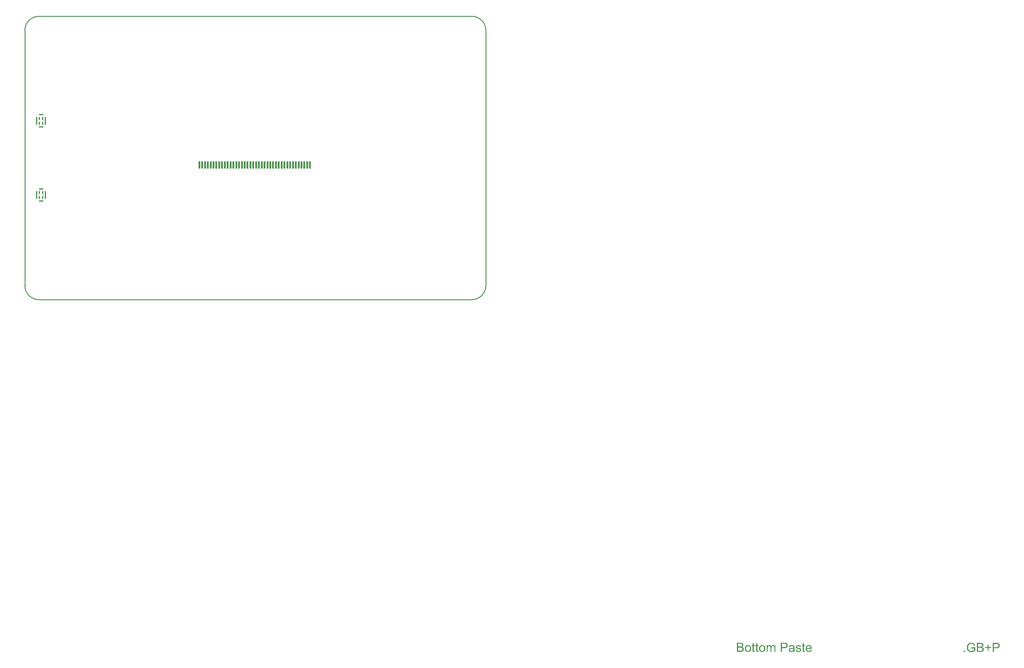
<source format=gbp>
G04*
G04 #@! TF.GenerationSoftware,Altium Limited,Altium Designer,19.0.13 (425)*
G04*
G04 Layer_Color=128*
%FSLAX43Y43*%
%MOMM*%
G71*
G01*
G75*
%ADD10C,0.250*%
%ADD88R,0.500X2.000*%
%ADD89R,0.350X2.300*%
%ADD90R,1.300X0.350*%
%ADD91R,0.400X0.950*%
G36*
X263936Y-109572D02*
X263966D01*
X264036Y-109579D01*
X264114Y-109590D01*
X264195Y-109609D01*
X264284Y-109631D01*
X264369Y-109660D01*
X264373D01*
X264380Y-109664D01*
X264391Y-109668D01*
X264406Y-109675D01*
X264447Y-109697D01*
X264499Y-109723D01*
X264554Y-109760D01*
X264614Y-109805D01*
X264669Y-109853D01*
X264721Y-109912D01*
X264728Y-109920D01*
X264743Y-109942D01*
X264765Y-109975D01*
X264795Y-110023D01*
X264825Y-110083D01*
X264858Y-110157D01*
X264891Y-110238D01*
X264917Y-110331D01*
X264610Y-110412D01*
Y-110409D01*
X264606Y-110405D01*
X264602Y-110394D01*
X264599Y-110379D01*
X264588Y-110346D01*
X264573Y-110301D01*
X264551Y-110249D01*
X264525Y-110201D01*
X264499Y-110149D01*
X264465Y-110105D01*
X264462Y-110101D01*
X264451Y-110086D01*
X264428Y-110068D01*
X264402Y-110042D01*
X264369Y-110012D01*
X264325Y-109983D01*
X264277Y-109953D01*
X264221Y-109927D01*
X264214Y-109923D01*
X264195Y-109916D01*
X264162Y-109905D01*
X264117Y-109890D01*
X264065Y-109879D01*
X264006Y-109868D01*
X263940Y-109860D01*
X263869Y-109857D01*
X263828D01*
X263810Y-109860D01*
X263788D01*
X263732Y-109864D01*
X263669Y-109875D01*
X263599Y-109886D01*
X263532Y-109905D01*
X263466Y-109931D01*
X263458Y-109934D01*
X263436Y-109942D01*
X263406Y-109960D01*
X263369Y-109979D01*
X263325Y-110009D01*
X263277Y-110038D01*
X263232Y-110075D01*
X263192Y-110116D01*
X263188Y-110120D01*
X263173Y-110134D01*
X263154Y-110160D01*
X263132Y-110190D01*
X263106Y-110227D01*
X263080Y-110271D01*
X263055Y-110320D01*
X263029Y-110371D01*
Y-110375D01*
X263025Y-110383D01*
X263021Y-110394D01*
X263014Y-110412D01*
X263006Y-110434D01*
X262999Y-110460D01*
X262988Y-110490D01*
X262980Y-110523D01*
X262962Y-110601D01*
X262947Y-110690D01*
X262936Y-110783D01*
X262932Y-110886D01*
Y-110890D01*
Y-110901D01*
Y-110920D01*
X262936Y-110942D01*
Y-110971D01*
X262940Y-111008D01*
X262943Y-111045D01*
X262947Y-111086D01*
X262962Y-111179D01*
X262980Y-111275D01*
X263010Y-111371D01*
X263047Y-111464D01*
Y-111468D01*
X263055Y-111475D01*
X263058Y-111486D01*
X263069Y-111501D01*
X263095Y-111542D01*
X263136Y-111594D01*
X263184Y-111649D01*
X263243Y-111705D01*
X263314Y-111757D01*
X263392Y-111805D01*
X263395D01*
X263403Y-111808D01*
X263414Y-111816D01*
X263432Y-111823D01*
X263451Y-111831D01*
X263477Y-111838D01*
X263536Y-111860D01*
X263610Y-111879D01*
X263691Y-111897D01*
X263780Y-111912D01*
X263873Y-111916D01*
X263910D01*
X263932Y-111912D01*
X263954D01*
X264010Y-111905D01*
X264077Y-111897D01*
X264147Y-111882D01*
X264225Y-111860D01*
X264303Y-111834D01*
X264306D01*
X264314Y-111831D01*
X264321Y-111827D01*
X264336Y-111819D01*
X264377Y-111801D01*
X264421Y-111779D01*
X264473Y-111753D01*
X264528Y-111723D01*
X264580Y-111690D01*
X264625Y-111653D01*
Y-111171D01*
X263869D01*
Y-110868D01*
X264958D01*
Y-111819D01*
X264954Y-111823D01*
X264947Y-111827D01*
X264932Y-111838D01*
X264914Y-111853D01*
X264891Y-111868D01*
X264865Y-111886D01*
X264832Y-111908D01*
X264799Y-111931D01*
X264721Y-111979D01*
X264632Y-112031D01*
X264540Y-112079D01*
X264440Y-112119D01*
X264436D01*
X264428Y-112123D01*
X264414Y-112127D01*
X264395Y-112134D01*
X264369Y-112142D01*
X264340Y-112153D01*
X264306Y-112160D01*
X264273Y-112168D01*
X264191Y-112186D01*
X264099Y-112205D01*
X263999Y-112216D01*
X263895Y-112219D01*
X263858D01*
X263832Y-112216D01*
X263799D01*
X263758Y-112212D01*
X263714Y-112205D01*
X263666Y-112201D01*
X263558Y-112179D01*
X263443Y-112153D01*
X263325Y-112112D01*
X263266Y-112090D01*
X263206Y-112060D01*
X263203Y-112056D01*
X263192Y-112053D01*
X263177Y-112042D01*
X263154Y-112031D01*
X263129Y-112012D01*
X263103Y-111994D01*
X263032Y-111942D01*
X262958Y-111875D01*
X262880Y-111794D01*
X262806Y-111701D01*
X262740Y-111594D01*
Y-111590D01*
X262732Y-111579D01*
X262725Y-111564D01*
X262714Y-111538D01*
X262703Y-111512D01*
X262692Y-111475D01*
X262677Y-111438D01*
X262662Y-111394D01*
X262647Y-111345D01*
X262632Y-111290D01*
X262621Y-111234D01*
X262610Y-111175D01*
X262592Y-111045D01*
X262584Y-110908D01*
Y-110905D01*
Y-110890D01*
Y-110871D01*
X262588Y-110846D01*
Y-110812D01*
X262592Y-110771D01*
X262599Y-110731D01*
X262603Y-110683D01*
X262614Y-110631D01*
X262621Y-110575D01*
X262651Y-110457D01*
X262688Y-110334D01*
X262740Y-110212D01*
X262743Y-110209D01*
X262747Y-110197D01*
X262755Y-110183D01*
X262769Y-110160D01*
X262784Y-110131D01*
X262803Y-110101D01*
X262855Y-110031D01*
X262917Y-109949D01*
X262995Y-109872D01*
X263084Y-109794D01*
X263136Y-109760D01*
X263188Y-109727D01*
X263192Y-109723D01*
X263203Y-109720D01*
X263217Y-109712D01*
X263240Y-109701D01*
X263269Y-109690D01*
X263303Y-109675D01*
X263340Y-109660D01*
X263384Y-109646D01*
X263432Y-109631D01*
X263484Y-109620D01*
X263540Y-109605D01*
X263599Y-109594D01*
X263728Y-109575D01*
X263795Y-109568D01*
X263914D01*
X263936Y-109572D01*
D02*
G37*
G36*
X268758Y-110764D02*
X269454D01*
Y-111057D01*
X268758D01*
Y-111760D01*
X268461D01*
Y-111057D01*
X267765D01*
Y-110764D01*
X268461D01*
Y-110068D01*
X268758D01*
Y-110764D01*
D02*
G37*
G36*
X271046Y-109616D02*
X271109Y-109620D01*
X271176Y-109623D01*
X271239Y-109631D01*
X271294Y-109638D01*
X271302D01*
X271328Y-109646D01*
X271361Y-109653D01*
X271405Y-109664D01*
X271454Y-109683D01*
X271505Y-109705D01*
X271561Y-109731D01*
X271609Y-109760D01*
X271617Y-109764D01*
X271631Y-109775D01*
X271654Y-109797D01*
X271683Y-109823D01*
X271717Y-109857D01*
X271750Y-109901D01*
X271787Y-109949D01*
X271817Y-110005D01*
X271820Y-110012D01*
X271828Y-110031D01*
X271842Y-110064D01*
X271857Y-110109D01*
X271868Y-110160D01*
X271883Y-110220D01*
X271891Y-110286D01*
X271894Y-110357D01*
Y-110360D01*
Y-110371D01*
Y-110386D01*
X271891Y-110412D01*
X271887Y-110438D01*
X271883Y-110471D01*
X271876Y-110509D01*
X271868Y-110549D01*
X271842Y-110634D01*
X271828Y-110679D01*
X271805Y-110727D01*
X271780Y-110775D01*
X271754Y-110820D01*
X271720Y-110864D01*
X271683Y-110908D01*
X271680Y-110912D01*
X271672Y-110920D01*
X271661Y-110931D01*
X271642Y-110942D01*
X271620Y-110960D01*
X271591Y-110979D01*
X271554Y-111001D01*
X271513Y-111020D01*
X271465Y-111042D01*
X271409Y-111064D01*
X271350Y-111083D01*
X271280Y-111097D01*
X271206Y-111112D01*
X271124Y-111123D01*
X271031Y-111131D01*
X270935Y-111134D01*
X270280D01*
Y-112175D01*
X269939D01*
Y-109612D01*
X270991D01*
X271046Y-109616D01*
D02*
G37*
G36*
X266476D02*
X266506D01*
X266573Y-109623D01*
X266647Y-109631D01*
X266724Y-109646D01*
X266802Y-109664D01*
X266873Y-109690D01*
X266876D01*
X266880Y-109694D01*
X266902Y-109705D01*
X266936Y-109723D01*
X266973Y-109749D01*
X267017Y-109783D01*
X267065Y-109823D01*
X267110Y-109875D01*
X267150Y-109931D01*
X267154Y-109938D01*
X267165Y-109960D01*
X267184Y-109990D01*
X267202Y-110034D01*
X267221Y-110086D01*
X267239Y-110142D01*
X267250Y-110205D01*
X267254Y-110268D01*
Y-110275D01*
Y-110294D01*
X267250Y-110327D01*
X267243Y-110368D01*
X267232Y-110416D01*
X267213Y-110468D01*
X267191Y-110520D01*
X267161Y-110575D01*
X267158Y-110583D01*
X267147Y-110597D01*
X267124Y-110627D01*
X267095Y-110657D01*
X267058Y-110694D01*
X267013Y-110734D01*
X266958Y-110771D01*
X266895Y-110808D01*
X266899D01*
X266906Y-110812D01*
X266917Y-110816D01*
X266932Y-110823D01*
X266976Y-110838D01*
X267028Y-110864D01*
X267084Y-110897D01*
X267147Y-110938D01*
X267202Y-110986D01*
X267254Y-111045D01*
X267258Y-111053D01*
X267273Y-111075D01*
X267295Y-111108D01*
X267317Y-111153D01*
X267339Y-111212D01*
X267361Y-111275D01*
X267376Y-111349D01*
X267380Y-111431D01*
Y-111434D01*
Y-111438D01*
Y-111460D01*
X267376Y-111497D01*
X267369Y-111542D01*
X267361Y-111594D01*
X267347Y-111649D01*
X267328Y-111708D01*
X267302Y-111768D01*
X267298Y-111775D01*
X267287Y-111794D01*
X267273Y-111819D01*
X267250Y-111857D01*
X267221Y-111894D01*
X267191Y-111934D01*
X267154Y-111975D01*
X267113Y-112008D01*
X267110Y-112012D01*
X267095Y-112023D01*
X267069Y-112038D01*
X267036Y-112053D01*
X266995Y-112075D01*
X266947Y-112097D01*
X266895Y-112116D01*
X266832Y-112134D01*
X266824D01*
X266802Y-112142D01*
X266765Y-112145D01*
X266717Y-112153D01*
X266658Y-112160D01*
X266587Y-112168D01*
X266510Y-112171D01*
X266421Y-112175D01*
X265443D01*
Y-109612D01*
X266450D01*
X266476Y-109616D01*
D02*
G37*
G36*
X262084Y-112175D02*
X261725D01*
Y-111816D01*
X262084D01*
Y-112175D01*
D02*
G37*
G36*
X208104Y-110236D02*
X208130D01*
X208156Y-110239D01*
X208218Y-110250D01*
X208285Y-110269D01*
X208355Y-110299D01*
X208426Y-110336D01*
X208485Y-110387D01*
X208493Y-110395D01*
X208507Y-110417D01*
X208533Y-110450D01*
X208544Y-110476D01*
X208559Y-110502D01*
X208574Y-110536D01*
X208585Y-110569D01*
X208600Y-110606D01*
X208611Y-110650D01*
X208618Y-110695D01*
X208626Y-110747D01*
X208633Y-110798D01*
Y-110858D01*
Y-112132D01*
X208318D01*
Y-110965D01*
Y-110961D01*
Y-110958D01*
Y-110936D01*
Y-110902D01*
X208315Y-110861D01*
X208311Y-110817D01*
X208307Y-110773D01*
X208300Y-110728D01*
X208289Y-110695D01*
Y-110691D01*
X208281Y-110680D01*
X208274Y-110665D01*
X208263Y-110647D01*
X208248Y-110624D01*
X208230Y-110602D01*
X208207Y-110580D01*
X208178Y-110558D01*
X208174Y-110554D01*
X208163Y-110550D01*
X208148Y-110543D01*
X208122Y-110532D01*
X208096Y-110521D01*
X208063Y-110513D01*
X208030Y-110510D01*
X207989Y-110506D01*
X207970D01*
X207956Y-110510D01*
X207919Y-110513D01*
X207874Y-110521D01*
X207822Y-110539D01*
X207767Y-110561D01*
X207711Y-110595D01*
X207659Y-110639D01*
X207656Y-110647D01*
X207641Y-110665D01*
X207619Y-110695D01*
X207596Y-110739D01*
X207570Y-110798D01*
X207552Y-110869D01*
X207537Y-110954D01*
X207530Y-111054D01*
Y-112132D01*
X207215D01*
Y-110928D01*
Y-110924D01*
Y-110917D01*
Y-110910D01*
Y-110895D01*
X207211Y-110854D01*
X207204Y-110810D01*
X207196Y-110758D01*
X207182Y-110706D01*
X207163Y-110658D01*
X207137Y-110613D01*
X207133Y-110610D01*
X207122Y-110595D01*
X207104Y-110580D01*
X207078Y-110558D01*
X207045Y-110539D01*
X207000Y-110521D01*
X206948Y-110510D01*
X206885Y-110506D01*
X206863D01*
X206837Y-110510D01*
X206808Y-110513D01*
X206770Y-110524D01*
X206726Y-110536D01*
X206685Y-110554D01*
X206641Y-110576D01*
X206637Y-110580D01*
X206622Y-110591D01*
X206604Y-110606D01*
X206578Y-110628D01*
X206552Y-110658D01*
X206526Y-110695D01*
X206500Y-110736D01*
X206478Y-110784D01*
X206474Y-110791D01*
X206471Y-110810D01*
X206463Y-110839D01*
X206452Y-110880D01*
X206441Y-110936D01*
X206433Y-111002D01*
X206430Y-111080D01*
X206426Y-111169D01*
Y-112132D01*
X206111D01*
Y-110273D01*
X206393D01*
Y-110539D01*
X206396Y-110532D01*
X206408Y-110517D01*
X206430Y-110491D01*
X206456Y-110461D01*
X206489Y-110424D01*
X206530Y-110387D01*
X206574Y-110350D01*
X206626Y-110317D01*
X206633Y-110313D01*
X206652Y-110302D01*
X206682Y-110291D01*
X206722Y-110273D01*
X206770Y-110258D01*
X206826Y-110247D01*
X206889Y-110236D01*
X206956Y-110232D01*
X206989D01*
X207030Y-110236D01*
X207074Y-110243D01*
X207130Y-110254D01*
X207185Y-110269D01*
X207241Y-110291D01*
X207293Y-110321D01*
X207300Y-110324D01*
X207315Y-110336D01*
X207337Y-110354D01*
X207367Y-110384D01*
X207396Y-110417D01*
X207430Y-110458D01*
X207459Y-110506D01*
X207482Y-110561D01*
X207485Y-110558D01*
X207493Y-110547D01*
X207504Y-110532D01*
X207522Y-110510D01*
X207544Y-110484D01*
X207570Y-110458D01*
X207600Y-110428D01*
X207637Y-110395D01*
X207678Y-110365D01*
X207719Y-110336D01*
X207767Y-110310D01*
X207819Y-110284D01*
X207874Y-110261D01*
X207933Y-110247D01*
X207993Y-110236D01*
X208059Y-110232D01*
X208085D01*
X208104Y-110236D01*
D02*
G37*
G36*
X215162D02*
X215218Y-110239D01*
X215277Y-110247D01*
X215340Y-110261D01*
X215407Y-110276D01*
X215470Y-110299D01*
X215473D01*
X215477Y-110302D01*
X215495Y-110310D01*
X215525Y-110324D01*
X215562Y-110343D01*
X215603Y-110369D01*
X215644Y-110399D01*
X215681Y-110432D01*
X215714Y-110469D01*
X215718Y-110473D01*
X215725Y-110487D01*
X215740Y-110513D01*
X215758Y-110543D01*
X215777Y-110587D01*
X215795Y-110636D01*
X215810Y-110691D01*
X215825Y-110754D01*
X215518Y-110795D01*
Y-110787D01*
X215514Y-110773D01*
X215507Y-110747D01*
X215495Y-110713D01*
X215477Y-110680D01*
X215455Y-110643D01*
X215429Y-110606D01*
X215392Y-110573D01*
X215388Y-110569D01*
X215373Y-110561D01*
X215351Y-110547D01*
X215318Y-110532D01*
X215281Y-110517D01*
X215233Y-110502D01*
X215173Y-110495D01*
X215110Y-110491D01*
X215073D01*
X215036Y-110495D01*
X214988Y-110499D01*
X214940Y-110510D01*
X214888Y-110521D01*
X214840Y-110539D01*
X214799Y-110565D01*
X214796Y-110569D01*
X214784Y-110576D01*
X214770Y-110591D01*
X214755Y-110613D01*
X214736Y-110636D01*
X214721Y-110665D01*
X214710Y-110698D01*
X214707Y-110732D01*
Y-110736D01*
Y-110743D01*
X214710Y-110754D01*
Y-110769D01*
X214721Y-110806D01*
X214744Y-110843D01*
X214747Y-110847D01*
X214751Y-110850D01*
X214759Y-110861D01*
X214773Y-110873D01*
X214788Y-110884D01*
X214810Y-110898D01*
X214836Y-110910D01*
X214866Y-110924D01*
X214870D01*
X214877Y-110928D01*
X214892Y-110932D01*
X214918Y-110943D01*
X214955Y-110954D01*
X215003Y-110965D01*
X215033Y-110976D01*
X215066Y-110984D01*
X215103Y-110995D01*
X215144Y-111006D01*
X215147D01*
X215158Y-111010D01*
X215177Y-111013D01*
X215199Y-111021D01*
X215225Y-111028D01*
X215258Y-111035D01*
X215329Y-111058D01*
X215407Y-111080D01*
X215484Y-111106D01*
X215555Y-111132D01*
X215584Y-111143D01*
X215610Y-111154D01*
X215618Y-111158D01*
X215633Y-111165D01*
X215655Y-111176D01*
X215688Y-111195D01*
X215721Y-111217D01*
X215755Y-111247D01*
X215788Y-111280D01*
X215818Y-111317D01*
X215821Y-111321D01*
X215829Y-111335D01*
X215844Y-111358D01*
X215858Y-111391D01*
X215870Y-111432D01*
X215884Y-111476D01*
X215892Y-111528D01*
X215895Y-111587D01*
Y-111595D01*
Y-111613D01*
X215892Y-111643D01*
X215884Y-111684D01*
X215873Y-111728D01*
X215855Y-111776D01*
X215833Y-111832D01*
X215803Y-111884D01*
X215799Y-111891D01*
X215784Y-111906D01*
X215766Y-111932D01*
X215736Y-111961D01*
X215695Y-111995D01*
X215651Y-112032D01*
X215599Y-112065D01*
X215536Y-112098D01*
X215533D01*
X215529Y-112102D01*
X215507Y-112109D01*
X215470Y-112121D01*
X215421Y-112135D01*
X215362Y-112150D01*
X215296Y-112161D01*
X215225Y-112169D01*
X215144Y-112172D01*
X215110D01*
X215084Y-112169D01*
X215055D01*
X215018Y-112165D01*
X214981Y-112161D01*
X214940Y-112154D01*
X214851Y-112135D01*
X214759Y-112109D01*
X214670Y-112072D01*
X214629Y-112050D01*
X214592Y-112024D01*
X214588Y-112021D01*
X214584Y-112017D01*
X214562Y-111995D01*
X214529Y-111961D01*
X214492Y-111909D01*
X214451Y-111847D01*
X214410Y-111772D01*
X214377Y-111680D01*
X214351Y-111576D01*
X214662Y-111528D01*
Y-111532D01*
Y-111535D01*
X214670Y-111558D01*
X214677Y-111595D01*
X214692Y-111635D01*
X214710Y-111680D01*
X214733Y-111728D01*
X214766Y-111776D01*
X214807Y-111817D01*
X214814Y-111821D01*
X214829Y-111832D01*
X214859Y-111847D01*
X214896Y-111865D01*
X214944Y-111884D01*
X214999Y-111898D01*
X215066Y-111909D01*
X215144Y-111913D01*
X215181D01*
X215218Y-111909D01*
X215266Y-111902D01*
X215318Y-111891D01*
X215373Y-111876D01*
X215421Y-111858D01*
X215466Y-111828D01*
X215470Y-111824D01*
X215484Y-111813D01*
X215499Y-111795D01*
X215521Y-111769D01*
X215540Y-111739D01*
X215558Y-111702D01*
X215570Y-111665D01*
X215573Y-111621D01*
Y-111617D01*
Y-111602D01*
X215570Y-111584D01*
X215562Y-111558D01*
X215551Y-111532D01*
X215533Y-111506D01*
X215510Y-111476D01*
X215477Y-111454D01*
X215473Y-111450D01*
X215462Y-111447D01*
X215444Y-111435D01*
X215414Y-111424D01*
X215370Y-111410D01*
X215344Y-111398D01*
X215314Y-111391D01*
X215281Y-111380D01*
X215244Y-111369D01*
X215203Y-111358D01*
X215155Y-111347D01*
X215151D01*
X215140Y-111343D01*
X215121Y-111339D01*
X215099Y-111332D01*
X215070Y-111324D01*
X215036Y-111313D01*
X214966Y-111295D01*
X214884Y-111269D01*
X214807Y-111247D01*
X214733Y-111221D01*
X214699Y-111206D01*
X214673Y-111195D01*
X214666Y-111191D01*
X214651Y-111184D01*
X214629Y-111169D01*
X214599Y-111150D01*
X214566Y-111124D01*
X214533Y-111095D01*
X214499Y-111061D01*
X214470Y-111021D01*
X214466Y-111017D01*
X214459Y-111002D01*
X214447Y-110976D01*
X214436Y-110947D01*
X214425Y-110910D01*
X214414Y-110865D01*
X214407Y-110821D01*
X214403Y-110769D01*
Y-110761D01*
Y-110747D01*
X214407Y-110724D01*
X214410Y-110691D01*
X214418Y-110658D01*
X214425Y-110617D01*
X214440Y-110580D01*
X214459Y-110539D01*
X214462Y-110536D01*
X214470Y-110521D01*
X214481Y-110502D01*
X214499Y-110476D01*
X214522Y-110450D01*
X214547Y-110417D01*
X214577Y-110387D01*
X214614Y-110361D01*
X214618Y-110358D01*
X214629Y-110354D01*
X214644Y-110343D01*
X214666Y-110332D01*
X214696Y-110317D01*
X214729Y-110302D01*
X214770Y-110287D01*
X214814Y-110273D01*
X214821Y-110269D01*
X214836Y-110265D01*
X214862Y-110258D01*
X214896Y-110250D01*
X214936Y-110243D01*
X214981Y-110239D01*
X215033Y-110232D01*
X215121D01*
X215162Y-110236D01*
D02*
G37*
G36*
X213351D02*
X213407Y-110239D01*
X213470Y-110247D01*
X213533Y-110258D01*
X213596Y-110273D01*
X213655Y-110291D01*
X213662Y-110295D01*
X213681Y-110302D01*
X213707Y-110313D01*
X213740Y-110328D01*
X213777Y-110350D01*
X213814Y-110373D01*
X213848Y-110402D01*
X213877Y-110432D01*
X213881Y-110436D01*
X213888Y-110447D01*
X213899Y-110465D01*
X213914Y-110487D01*
X213933Y-110521D01*
X213948Y-110554D01*
X213962Y-110595D01*
X213973Y-110643D01*
Y-110647D01*
X213977Y-110658D01*
X213981Y-110680D01*
X213985Y-110710D01*
Y-110750D01*
X213988Y-110798D01*
X213992Y-110861D01*
Y-110932D01*
Y-111354D01*
Y-111358D01*
Y-111372D01*
Y-111395D01*
Y-111424D01*
Y-111458D01*
Y-111498D01*
X213996Y-111587D01*
Y-111680D01*
X213999Y-111772D01*
X214003Y-111813D01*
Y-111850D01*
X214007Y-111884D01*
X214010Y-111909D01*
Y-111913D01*
X214014Y-111928D01*
X214018Y-111950D01*
X214029Y-111980D01*
X214036Y-112013D01*
X214051Y-112050D01*
X214070Y-112091D01*
X214088Y-112132D01*
X213759D01*
X213755Y-112128D01*
X213751Y-112113D01*
X213744Y-112095D01*
X213733Y-112065D01*
X213722Y-112032D01*
X213714Y-111991D01*
X213707Y-111947D01*
X213699Y-111898D01*
X213696D01*
X213692Y-111906D01*
X213670Y-111924D01*
X213636Y-111950D01*
X213592Y-111984D01*
X213536Y-112017D01*
X213481Y-112054D01*
X213422Y-112087D01*
X213359Y-112113D01*
X213351Y-112117D01*
X213329Y-112121D01*
X213296Y-112132D01*
X213255Y-112143D01*
X213203Y-112154D01*
X213144Y-112161D01*
X213077Y-112169D01*
X213011Y-112172D01*
X212981D01*
X212959Y-112169D01*
X212933D01*
X212903Y-112165D01*
X212837Y-112154D01*
X212762Y-112135D01*
X212681Y-112109D01*
X212607Y-112072D01*
X212540Y-112024D01*
X212533Y-112017D01*
X212514Y-111998D01*
X212488Y-111965D01*
X212459Y-111921D01*
X212429Y-111865D01*
X212403Y-111802D01*
X212385Y-111724D01*
X212381Y-111687D01*
X212377Y-111643D01*
Y-111635D01*
Y-111621D01*
X212381Y-111595D01*
X212385Y-111561D01*
X212392Y-111521D01*
X212403Y-111480D01*
X212418Y-111435D01*
X212437Y-111395D01*
X212440Y-111391D01*
X212448Y-111376D01*
X212462Y-111354D01*
X212481Y-111328D01*
X212503Y-111298D01*
X212533Y-111269D01*
X212562Y-111239D01*
X212600Y-111213D01*
X212603Y-111210D01*
X212618Y-111202D01*
X212637Y-111187D01*
X212666Y-111173D01*
X212699Y-111158D01*
X212740Y-111139D01*
X212781Y-111124D01*
X212829Y-111110D01*
X212833D01*
X212848Y-111106D01*
X212870Y-111098D01*
X212899Y-111095D01*
X212936Y-111087D01*
X212985Y-111080D01*
X213040Y-111069D01*
X213107Y-111061D01*
X213111D01*
X213125Y-111058D01*
X213144D01*
X213170Y-111054D01*
X213199Y-111050D01*
X213236Y-111043D01*
X213277Y-111039D01*
X213322Y-111032D01*
X213411Y-111013D01*
X213507Y-110995D01*
X213592Y-110973D01*
X213633Y-110961D01*
X213670Y-110950D01*
Y-110947D01*
Y-110939D01*
X213673Y-110917D01*
Y-110891D01*
Y-110876D01*
Y-110869D01*
Y-110865D01*
Y-110861D01*
Y-110839D01*
X213670Y-110802D01*
X213662Y-110761D01*
X213651Y-110717D01*
X213633Y-110673D01*
X213611Y-110632D01*
X213581Y-110599D01*
X213577Y-110595D01*
X213559Y-110580D01*
X213529Y-110565D01*
X213492Y-110543D01*
X213440Y-110524D01*
X213381Y-110506D01*
X213307Y-110495D01*
X213222Y-110491D01*
X213185D01*
X213148Y-110495D01*
X213096Y-110502D01*
X213044Y-110510D01*
X212988Y-110524D01*
X212936Y-110543D01*
X212892Y-110569D01*
X212888Y-110573D01*
X212874Y-110584D01*
X212855Y-110602D01*
X212833Y-110632D01*
X212811Y-110669D01*
X212785Y-110717D01*
X212762Y-110776D01*
X212740Y-110843D01*
X212433Y-110802D01*
Y-110798D01*
X212437Y-110795D01*
Y-110784D01*
X212440Y-110769D01*
X212451Y-110736D01*
X212466Y-110687D01*
X212485Y-110639D01*
X212507Y-110587D01*
X212537Y-110536D01*
X212570Y-110487D01*
X212574Y-110484D01*
X212588Y-110469D01*
X212611Y-110447D01*
X212640Y-110417D01*
X212681Y-110387D01*
X212729Y-110358D01*
X212785Y-110324D01*
X212848Y-110299D01*
X212851D01*
X212855Y-110295D01*
X212866Y-110291D01*
X212881Y-110287D01*
X212918Y-110276D01*
X212970Y-110265D01*
X213029Y-110254D01*
X213103Y-110243D01*
X213181Y-110236D01*
X213270Y-110232D01*
X213311D01*
X213351Y-110236D01*
D02*
G37*
G36*
X211244Y-109573D02*
X211307Y-109576D01*
X211374Y-109580D01*
X211437Y-109588D01*
X211492Y-109595D01*
X211500D01*
X211526Y-109602D01*
X211559Y-109610D01*
X211603Y-109621D01*
X211651Y-109639D01*
X211703Y-109662D01*
X211759Y-109687D01*
X211807Y-109717D01*
X211814Y-109721D01*
X211829Y-109732D01*
X211851Y-109754D01*
X211881Y-109780D01*
X211914Y-109813D01*
X211948Y-109858D01*
X211985Y-109906D01*
X212014Y-109962D01*
X212018Y-109969D01*
X212025Y-109987D01*
X212040Y-110021D01*
X212055Y-110065D01*
X212066Y-110117D01*
X212081Y-110176D01*
X212088Y-110243D01*
X212092Y-110313D01*
Y-110317D01*
Y-110328D01*
Y-110343D01*
X212088Y-110369D01*
X212085Y-110395D01*
X212081Y-110428D01*
X212074Y-110465D01*
X212066Y-110506D01*
X212040Y-110591D01*
X212025Y-110636D01*
X212003Y-110684D01*
X211977Y-110732D01*
X211951Y-110776D01*
X211918Y-110821D01*
X211881Y-110865D01*
X211877Y-110869D01*
X211870Y-110876D01*
X211859Y-110887D01*
X211840Y-110898D01*
X211818Y-110917D01*
X211788Y-110936D01*
X211751Y-110958D01*
X211711Y-110976D01*
X211663Y-110998D01*
X211607Y-111021D01*
X211548Y-111039D01*
X211477Y-111054D01*
X211403Y-111069D01*
X211322Y-111080D01*
X211229Y-111087D01*
X211133Y-111091D01*
X210477D01*
Y-112132D01*
X210137D01*
Y-109569D01*
X211189D01*
X211244Y-109573D01*
D02*
G37*
G36*
X198808D02*
X198838D01*
X198905Y-109580D01*
X198979Y-109588D01*
X199056Y-109602D01*
X199134Y-109621D01*
X199205Y-109647D01*
X199208D01*
X199212Y-109650D01*
X199234Y-109662D01*
X199268Y-109680D01*
X199305Y-109706D01*
X199349Y-109739D01*
X199397Y-109780D01*
X199442Y-109832D01*
X199482Y-109887D01*
X199486Y-109895D01*
X199497Y-109917D01*
X199516Y-109947D01*
X199534Y-109991D01*
X199553Y-110043D01*
X199571Y-110099D01*
X199582Y-110162D01*
X199586Y-110224D01*
Y-110232D01*
Y-110250D01*
X199582Y-110284D01*
X199575Y-110324D01*
X199564Y-110373D01*
X199545Y-110424D01*
X199523Y-110476D01*
X199493Y-110532D01*
X199490Y-110539D01*
X199479Y-110554D01*
X199456Y-110584D01*
X199427Y-110613D01*
X199390Y-110650D01*
X199345Y-110691D01*
X199290Y-110728D01*
X199227Y-110765D01*
X199231D01*
X199238Y-110769D01*
X199249Y-110773D01*
X199264Y-110780D01*
X199308Y-110795D01*
X199360Y-110821D01*
X199416Y-110854D01*
X199479Y-110895D01*
X199534Y-110943D01*
X199586Y-111002D01*
X199590Y-111010D01*
X199605Y-111032D01*
X199627Y-111065D01*
X199649Y-111110D01*
X199671Y-111169D01*
X199693Y-111232D01*
X199708Y-111306D01*
X199712Y-111387D01*
Y-111391D01*
Y-111395D01*
Y-111417D01*
X199708Y-111454D01*
X199701Y-111498D01*
X199693Y-111550D01*
X199679Y-111606D01*
X199660Y-111665D01*
X199634Y-111724D01*
X199630Y-111732D01*
X199619Y-111750D01*
X199605Y-111776D01*
X199582Y-111813D01*
X199553Y-111850D01*
X199523Y-111891D01*
X199486Y-111932D01*
X199445Y-111965D01*
X199442Y-111969D01*
X199427Y-111980D01*
X199401Y-111995D01*
X199368Y-112009D01*
X199327Y-112032D01*
X199279Y-112054D01*
X199227Y-112072D01*
X199164Y-112091D01*
X199156D01*
X199134Y-112098D01*
X199097Y-112102D01*
X199049Y-112109D01*
X198990Y-112117D01*
X198919Y-112124D01*
X198842Y-112128D01*
X198753Y-112132D01*
X197775D01*
Y-109569D01*
X198782D01*
X198808Y-109573D01*
D02*
G37*
G36*
X216636Y-110273D02*
X216955D01*
Y-110517D01*
X216636D01*
Y-111610D01*
Y-111617D01*
Y-111632D01*
Y-111654D01*
X216640Y-111680D01*
X216644Y-111739D01*
X216647Y-111765D01*
X216651Y-111784D01*
X216655Y-111791D01*
X216666Y-111806D01*
X216681Y-111824D01*
X216706Y-111843D01*
X216714Y-111847D01*
X216732Y-111854D01*
X216766Y-111861D01*
X216814Y-111865D01*
X216851D01*
X216869Y-111861D01*
X216895D01*
X216925Y-111858D01*
X216955Y-111854D01*
X216995Y-112132D01*
X216988D01*
X216973Y-112135D01*
X216947Y-112139D01*
X216914Y-112143D01*
X216877Y-112150D01*
X216836Y-112154D01*
X216755Y-112158D01*
X216725D01*
X216695Y-112154D01*
X216658Y-112150D01*
X216614Y-112146D01*
X216569Y-112135D01*
X216529Y-112124D01*
X216488Y-112106D01*
X216484Y-112102D01*
X216473Y-112095D01*
X216458Y-112084D01*
X216436Y-112065D01*
X216418Y-112047D01*
X216395Y-112021D01*
X216373Y-111995D01*
X216358Y-111961D01*
Y-111958D01*
X216351Y-111943D01*
X216347Y-111917D01*
X216340Y-111880D01*
X216332Y-111832D01*
X216329Y-111802D01*
Y-111769D01*
X216325Y-111728D01*
X216321Y-111687D01*
Y-111643D01*
Y-111591D01*
Y-110517D01*
X216088D01*
Y-110273D01*
X216321D01*
Y-109813D01*
X216636Y-109625D01*
Y-110273D01*
D02*
G37*
G36*
X203493D02*
X203812D01*
Y-110517D01*
X203493D01*
Y-111610D01*
Y-111617D01*
Y-111632D01*
Y-111654D01*
X203497Y-111680D01*
X203500Y-111739D01*
X203504Y-111765D01*
X203508Y-111784D01*
X203512Y-111791D01*
X203523Y-111806D01*
X203537Y-111824D01*
X203563Y-111843D01*
X203571Y-111847D01*
X203589Y-111854D01*
X203623Y-111861D01*
X203671Y-111865D01*
X203708D01*
X203726Y-111861D01*
X203752D01*
X203782Y-111858D01*
X203812Y-111854D01*
X203852Y-112132D01*
X203845D01*
X203830Y-112135D01*
X203804Y-112139D01*
X203771Y-112143D01*
X203734Y-112150D01*
X203693Y-112154D01*
X203612Y-112158D01*
X203582D01*
X203552Y-112154D01*
X203515Y-112150D01*
X203471Y-112146D01*
X203426Y-112135D01*
X203386Y-112124D01*
X203345Y-112106D01*
X203341Y-112102D01*
X203330Y-112095D01*
X203315Y-112084D01*
X203293Y-112065D01*
X203275Y-112047D01*
X203252Y-112021D01*
X203230Y-111995D01*
X203215Y-111961D01*
Y-111958D01*
X203208Y-111943D01*
X203204Y-111917D01*
X203197Y-111880D01*
X203189Y-111832D01*
X203186Y-111802D01*
Y-111769D01*
X203182Y-111728D01*
X203178Y-111687D01*
Y-111643D01*
Y-111591D01*
Y-110517D01*
X202945D01*
Y-110273D01*
X203178D01*
Y-109813D01*
X203493Y-109625D01*
Y-110273D01*
D02*
G37*
G36*
X202497D02*
X202815D01*
Y-110517D01*
X202497D01*
Y-111610D01*
Y-111617D01*
Y-111632D01*
Y-111654D01*
X202501Y-111680D01*
X202504Y-111739D01*
X202508Y-111765D01*
X202512Y-111784D01*
X202515Y-111791D01*
X202526Y-111806D01*
X202541Y-111824D01*
X202567Y-111843D01*
X202575Y-111847D01*
X202593Y-111854D01*
X202626Y-111861D01*
X202675Y-111865D01*
X202712D01*
X202730Y-111861D01*
X202756D01*
X202786Y-111858D01*
X202815Y-111854D01*
X202856Y-112132D01*
X202849D01*
X202834Y-112135D01*
X202808Y-112139D01*
X202775Y-112143D01*
X202738Y-112150D01*
X202697Y-112154D01*
X202615Y-112158D01*
X202586D01*
X202556Y-112154D01*
X202519Y-112150D01*
X202475Y-112146D01*
X202430Y-112135D01*
X202389Y-112124D01*
X202349Y-112106D01*
X202345Y-112102D01*
X202334Y-112095D01*
X202319Y-112084D01*
X202297Y-112065D01*
X202278Y-112047D01*
X202256Y-112021D01*
X202234Y-111995D01*
X202219Y-111961D01*
Y-111958D01*
X202212Y-111943D01*
X202208Y-111917D01*
X202201Y-111880D01*
X202193Y-111832D01*
X202189Y-111802D01*
Y-111769D01*
X202186Y-111728D01*
X202182Y-111687D01*
Y-111643D01*
Y-111591D01*
Y-110517D01*
X201949D01*
Y-110273D01*
X202182D01*
Y-109813D01*
X202497Y-109625D01*
Y-110273D01*
D02*
G37*
G36*
X218088Y-110236D02*
X218117Y-110239D01*
X218154Y-110247D01*
X218195Y-110254D01*
X218243Y-110265D01*
X218288Y-110276D01*
X218340Y-110295D01*
X218388Y-110313D01*
X218440Y-110339D01*
X218491Y-110369D01*
X218543Y-110402D01*
X218591Y-110443D01*
X218636Y-110487D01*
X218640Y-110491D01*
X218647Y-110499D01*
X218658Y-110513D01*
X218673Y-110536D01*
X218691Y-110561D01*
X218710Y-110591D01*
X218732Y-110628D01*
X218754Y-110673D01*
X218777Y-110721D01*
X218799Y-110773D01*
X218817Y-110832D01*
X218836Y-110895D01*
X218851Y-110965D01*
X218862Y-111039D01*
X218869Y-111117D01*
X218873Y-111202D01*
Y-111206D01*
Y-111221D01*
Y-111247D01*
X218869Y-111284D01*
X217480D01*
Y-111287D01*
Y-111298D01*
X217484Y-111313D01*
Y-111335D01*
X217488Y-111361D01*
X217495Y-111391D01*
X217506Y-111458D01*
X217529Y-111532D01*
X217558Y-111613D01*
X217599Y-111687D01*
X217651Y-111754D01*
X217655D01*
X217658Y-111761D01*
X217680Y-111780D01*
X217714Y-111806D01*
X217758Y-111832D01*
X217817Y-111861D01*
X217884Y-111887D01*
X217958Y-111906D01*
X217999Y-111909D01*
X218043Y-111913D01*
X218073D01*
X218106Y-111909D01*
X218147Y-111902D01*
X218192Y-111891D01*
X218243Y-111876D01*
X218292Y-111854D01*
X218340Y-111824D01*
X218343Y-111821D01*
X218362Y-111806D01*
X218384Y-111784D01*
X218410Y-111754D01*
X218440Y-111713D01*
X218473Y-111661D01*
X218506Y-111602D01*
X218536Y-111532D01*
X218862Y-111572D01*
Y-111576D01*
X218858Y-111584D01*
X218854Y-111598D01*
X218847Y-111621D01*
X218836Y-111643D01*
X218825Y-111672D01*
X218795Y-111735D01*
X218758Y-111806D01*
X218706Y-111880D01*
X218647Y-111950D01*
X218573Y-112017D01*
X218569D01*
X218562Y-112024D01*
X218551Y-112032D01*
X218536Y-112043D01*
X218514Y-112054D01*
X218491Y-112065D01*
X218462Y-112080D01*
X218429Y-112095D01*
X218391Y-112109D01*
X218354Y-112124D01*
X218262Y-112146D01*
X218158Y-112165D01*
X218043Y-112172D01*
X218003D01*
X217977Y-112169D01*
X217943Y-112165D01*
X217903Y-112158D01*
X217858Y-112150D01*
X217810Y-112143D01*
X217706Y-112113D01*
X217651Y-112091D01*
X217599Y-112069D01*
X217543Y-112039D01*
X217492Y-112006D01*
X217443Y-111969D01*
X217395Y-111924D01*
X217392Y-111921D01*
X217384Y-111913D01*
X217373Y-111898D01*
X217358Y-111876D01*
X217340Y-111850D01*
X217321Y-111821D01*
X217299Y-111784D01*
X217277Y-111743D01*
X217255Y-111695D01*
X217232Y-111643D01*
X217214Y-111584D01*
X217195Y-111521D01*
X217181Y-111454D01*
X217169Y-111380D01*
X217162Y-111302D01*
X217158Y-111221D01*
Y-111217D01*
Y-111198D01*
Y-111176D01*
X217162Y-111143D01*
X217166Y-111102D01*
X217169Y-111058D01*
X217177Y-111006D01*
X217188Y-110954D01*
X217218Y-110836D01*
X217236Y-110776D01*
X217258Y-110713D01*
X217288Y-110654D01*
X217321Y-110599D01*
X217358Y-110543D01*
X217399Y-110491D01*
X217403Y-110487D01*
X217410Y-110480D01*
X217425Y-110469D01*
X217443Y-110450D01*
X217466Y-110432D01*
X217495Y-110410D01*
X217529Y-110384D01*
X217569Y-110361D01*
X217610Y-110336D01*
X217658Y-110313D01*
X217710Y-110291D01*
X217766Y-110273D01*
X217825Y-110254D01*
X217888Y-110243D01*
X217954Y-110236D01*
X218025Y-110232D01*
X218062D01*
X218088Y-110236D01*
D02*
G37*
G36*
X204937D02*
X204971Y-110239D01*
X205008Y-110247D01*
X205048Y-110254D01*
X205097Y-110261D01*
X205197Y-110295D01*
X205248Y-110313D01*
X205300Y-110339D01*
X205352Y-110365D01*
X205404Y-110402D01*
X205452Y-110439D01*
X205500Y-110484D01*
X205504Y-110487D01*
X205511Y-110495D01*
X205522Y-110510D01*
X205537Y-110528D01*
X205556Y-110554D01*
X205578Y-110587D01*
X205600Y-110624D01*
X205622Y-110665D01*
X205645Y-110710D01*
X205667Y-110765D01*
X205689Y-110821D01*
X205708Y-110884D01*
X205722Y-110950D01*
X205734Y-111021D01*
X205741Y-111095D01*
X205745Y-111176D01*
Y-111180D01*
Y-111191D01*
Y-111210D01*
Y-111235D01*
X205741Y-111265D01*
X205737Y-111302D01*
Y-111339D01*
X205730Y-111380D01*
X205719Y-111472D01*
X205697Y-111565D01*
X205671Y-111658D01*
X205634Y-111743D01*
Y-111747D01*
X205630Y-111750D01*
X205622Y-111761D01*
X205615Y-111776D01*
X205589Y-111813D01*
X205556Y-111858D01*
X205511Y-111909D01*
X205456Y-111961D01*
X205393Y-112013D01*
X205319Y-112061D01*
X205315D01*
X205311Y-112065D01*
X205300Y-112072D01*
X205282Y-112080D01*
X205263Y-112087D01*
X205241Y-112095D01*
X205185Y-112117D01*
X205122Y-112135D01*
X205045Y-112154D01*
X204963Y-112169D01*
X204874Y-112172D01*
X204837D01*
X204808Y-112169D01*
X204774Y-112165D01*
X204737Y-112158D01*
X204693Y-112150D01*
X204648Y-112143D01*
X204548Y-112113D01*
X204493Y-112091D01*
X204441Y-112069D01*
X204389Y-112039D01*
X204337Y-112006D01*
X204289Y-111969D01*
X204241Y-111924D01*
X204237Y-111921D01*
X204230Y-111913D01*
X204219Y-111898D01*
X204204Y-111876D01*
X204186Y-111850D01*
X204167Y-111821D01*
X204145Y-111784D01*
X204123Y-111739D01*
X204100Y-111691D01*
X204078Y-111635D01*
X204060Y-111576D01*
X204041Y-111513D01*
X204026Y-111443D01*
X204015Y-111369D01*
X204008Y-111287D01*
X204004Y-111202D01*
Y-111195D01*
Y-111180D01*
X204008Y-111154D01*
Y-111117D01*
X204012Y-111076D01*
X204019Y-111024D01*
X204026Y-110973D01*
X204041Y-110913D01*
X204056Y-110854D01*
X204074Y-110791D01*
X204097Y-110724D01*
X204126Y-110661D01*
X204156Y-110602D01*
X204197Y-110543D01*
X204237Y-110487D01*
X204289Y-110439D01*
X204293Y-110436D01*
X204300Y-110432D01*
X204315Y-110421D01*
X204334Y-110406D01*
X204356Y-110391D01*
X204386Y-110373D01*
X204415Y-110354D01*
X204452Y-110336D01*
X204493Y-110317D01*
X204537Y-110299D01*
X204637Y-110265D01*
X204752Y-110239D01*
X204811Y-110236D01*
X204874Y-110232D01*
X204911D01*
X204937Y-110236D01*
D02*
G37*
G36*
X200953D02*
X200986Y-110239D01*
X201023Y-110247D01*
X201064Y-110254D01*
X201112Y-110261D01*
X201212Y-110295D01*
X201264Y-110313D01*
X201315Y-110339D01*
X201367Y-110365D01*
X201419Y-110402D01*
X201467Y-110439D01*
X201515Y-110484D01*
X201519Y-110487D01*
X201527Y-110495D01*
X201538Y-110510D01*
X201553Y-110528D01*
X201571Y-110554D01*
X201593Y-110587D01*
X201615Y-110624D01*
X201638Y-110665D01*
X201660Y-110710D01*
X201682Y-110765D01*
X201704Y-110821D01*
X201723Y-110884D01*
X201738Y-110950D01*
X201749Y-111021D01*
X201756Y-111095D01*
X201760Y-111176D01*
Y-111180D01*
Y-111191D01*
Y-111210D01*
Y-111235D01*
X201756Y-111265D01*
X201752Y-111302D01*
Y-111339D01*
X201745Y-111380D01*
X201734Y-111472D01*
X201712Y-111565D01*
X201686Y-111658D01*
X201649Y-111743D01*
Y-111747D01*
X201645Y-111750D01*
X201638Y-111761D01*
X201630Y-111776D01*
X201604Y-111813D01*
X201571Y-111858D01*
X201527Y-111909D01*
X201471Y-111961D01*
X201408Y-112013D01*
X201334Y-112061D01*
X201330D01*
X201327Y-112065D01*
X201315Y-112072D01*
X201297Y-112080D01*
X201278Y-112087D01*
X201256Y-112095D01*
X201201Y-112117D01*
X201138Y-112135D01*
X201060Y-112154D01*
X200978Y-112169D01*
X200890Y-112172D01*
X200853D01*
X200823Y-112169D01*
X200790Y-112165D01*
X200753Y-112158D01*
X200708Y-112150D01*
X200664Y-112143D01*
X200564Y-112113D01*
X200508Y-112091D01*
X200456Y-112069D01*
X200404Y-112039D01*
X200353Y-112006D01*
X200304Y-111969D01*
X200256Y-111924D01*
X200253Y-111921D01*
X200245Y-111913D01*
X200234Y-111898D01*
X200219Y-111876D01*
X200201Y-111850D01*
X200182Y-111821D01*
X200160Y-111784D01*
X200138Y-111739D01*
X200116Y-111691D01*
X200093Y-111635D01*
X200075Y-111576D01*
X200056Y-111513D01*
X200042Y-111443D01*
X200030Y-111369D01*
X200023Y-111287D01*
X200019Y-111202D01*
Y-111195D01*
Y-111180D01*
X200023Y-111154D01*
Y-111117D01*
X200027Y-111076D01*
X200034Y-111024D01*
X200042Y-110973D01*
X200056Y-110913D01*
X200071Y-110854D01*
X200090Y-110791D01*
X200112Y-110724D01*
X200142Y-110661D01*
X200171Y-110602D01*
X200212Y-110543D01*
X200253Y-110487D01*
X200304Y-110439D01*
X200308Y-110436D01*
X200316Y-110432D01*
X200330Y-110421D01*
X200349Y-110406D01*
X200371Y-110391D01*
X200401Y-110373D01*
X200430Y-110354D01*
X200467Y-110336D01*
X200508Y-110317D01*
X200553Y-110299D01*
X200653Y-110265D01*
X200767Y-110239D01*
X200827Y-110236D01*
X200890Y-110232D01*
X200927D01*
X200953Y-110236D01*
D02*
G37*
%LPC*%
G36*
X271013Y-109916D02*
X270280D01*
Y-110831D01*
X270968D01*
X270994Y-110827D01*
X271020D01*
X271050Y-110823D01*
X271120Y-110816D01*
X271198Y-110801D01*
X271276Y-110779D01*
X271346Y-110749D01*
X271380Y-110731D01*
X271405Y-110708D01*
X271413Y-110701D01*
X271428Y-110686D01*
X271450Y-110657D01*
X271476Y-110620D01*
X271502Y-110571D01*
X271524Y-110512D01*
X271539Y-110446D01*
X271546Y-110368D01*
Y-110364D01*
Y-110360D01*
Y-110342D01*
X271543Y-110309D01*
X271535Y-110271D01*
X271528Y-110231D01*
X271513Y-110183D01*
X271491Y-110138D01*
X271465Y-110094D01*
X271461Y-110090D01*
X271450Y-110075D01*
X271431Y-110057D01*
X271409Y-110031D01*
X271376Y-110005D01*
X271339Y-109983D01*
X271298Y-109960D01*
X271250Y-109942D01*
X271246D01*
X271231Y-109938D01*
X271209Y-109934D01*
X271180Y-109927D01*
X271135Y-109923D01*
X271080Y-109920D01*
X271013Y-109916D01*
D02*
G37*
G36*
X266391D02*
X265784D01*
Y-110686D01*
X266413D01*
X266462Y-110683D01*
X266513Y-110679D01*
X266565Y-110675D01*
X266617Y-110668D01*
X266658Y-110660D01*
X266665Y-110657D01*
X266680Y-110653D01*
X266702Y-110642D01*
X266732Y-110627D01*
X266762Y-110612D01*
X266795Y-110590D01*
X266828Y-110560D01*
X266854Y-110531D01*
X266858Y-110527D01*
X266865Y-110516D01*
X266876Y-110494D01*
X266887Y-110468D01*
X266899Y-110438D01*
X266910Y-110401D01*
X266917Y-110357D01*
X266921Y-110309D01*
Y-110301D01*
Y-110286D01*
X266917Y-110264D01*
X266913Y-110234D01*
X266906Y-110197D01*
X266895Y-110160D01*
X266880Y-110123D01*
X266858Y-110086D01*
X266854Y-110083D01*
X266847Y-110072D01*
X266832Y-110053D01*
X266813Y-110034D01*
X266787Y-110012D01*
X266758Y-109990D01*
X266721Y-109968D01*
X266680Y-109953D01*
X266676D01*
X266658Y-109946D01*
X266632Y-109942D01*
X266591Y-109934D01*
X266536Y-109927D01*
X266473Y-109923D01*
X266391Y-109916D01*
D02*
G37*
G36*
X266458Y-110990D02*
X265784D01*
Y-111871D01*
X266513D01*
X266591Y-111868D01*
X266624Y-111864D01*
X266654Y-111860D01*
X266658D01*
X266673Y-111857D01*
X266695Y-111853D01*
X266721Y-111845D01*
X266784Y-111823D01*
X266847Y-111794D01*
X266850Y-111790D01*
X266862Y-111782D01*
X266876Y-111771D01*
X266895Y-111757D01*
X266913Y-111734D01*
X266939Y-111712D01*
X266958Y-111682D01*
X266980Y-111649D01*
X266984Y-111645D01*
X266987Y-111634D01*
X266995Y-111612D01*
X267006Y-111586D01*
X267017Y-111557D01*
X267024Y-111520D01*
X267028Y-111475D01*
X267032Y-111431D01*
Y-111423D01*
Y-111408D01*
X267028Y-111379D01*
X267021Y-111345D01*
X267013Y-111308D01*
X266999Y-111268D01*
X266980Y-111227D01*
X266954Y-111186D01*
X266950Y-111183D01*
X266939Y-111168D01*
X266924Y-111149D01*
X266902Y-111127D01*
X266873Y-111101D01*
X266836Y-111075D01*
X266795Y-111053D01*
X266747Y-111034D01*
X266739Y-111031D01*
X266724Y-111027D01*
X266691Y-111020D01*
X266650Y-111012D01*
X266599Y-111005D01*
X266536Y-110997D01*
X266458Y-110990D01*
D02*
G37*
G36*
X213673Y-111198D02*
X213670D01*
X213666Y-111202D01*
X213655Y-111206D01*
X213640Y-111210D01*
X213622Y-111217D01*
X213599Y-111224D01*
X213573Y-111232D01*
X213544Y-111239D01*
X213511Y-111250D01*
X213470Y-111258D01*
X213429Y-111269D01*
X213381Y-111280D01*
X213329Y-111291D01*
X213277Y-111302D01*
X213218Y-111310D01*
X213155Y-111321D01*
X213148D01*
X213125Y-111324D01*
X213088Y-111332D01*
X213048Y-111339D01*
X213003Y-111347D01*
X212959Y-111358D01*
X212918Y-111369D01*
X212881Y-111384D01*
X212877D01*
X212866Y-111391D01*
X212851Y-111398D01*
X212837Y-111410D01*
X212792Y-111439D01*
X212755Y-111484D01*
Y-111487D01*
X212748Y-111495D01*
X212744Y-111510D01*
X212737Y-111528D01*
X212729Y-111550D01*
X212722Y-111572D01*
X212718Y-111602D01*
X212714Y-111632D01*
Y-111635D01*
Y-111654D01*
X212718Y-111676D01*
X212725Y-111706D01*
X212737Y-111739D01*
X212755Y-111772D01*
X212777Y-111809D01*
X212807Y-111843D01*
X212811Y-111847D01*
X212825Y-111854D01*
X212848Y-111869D01*
X212877Y-111884D01*
X212918Y-111898D01*
X212966Y-111913D01*
X213022Y-111921D01*
X213088Y-111924D01*
X213118D01*
X213155Y-111921D01*
X213196Y-111913D01*
X213248Y-111906D01*
X213299Y-111891D01*
X213355Y-111872D01*
X213411Y-111847D01*
X213418Y-111843D01*
X213433Y-111832D01*
X213459Y-111813D01*
X213488Y-111787D01*
X213522Y-111758D01*
X213559Y-111721D01*
X213588Y-111676D01*
X213618Y-111628D01*
X213622Y-111624D01*
X213625Y-111610D01*
X213633Y-111584D01*
X213644Y-111550D01*
X213655Y-111506D01*
X213662Y-111454D01*
X213666Y-111391D01*
X213670Y-111317D01*
X213673Y-111198D01*
D02*
G37*
G36*
X211211Y-109873D02*
X210477D01*
Y-110787D01*
X211166D01*
X211192Y-110784D01*
X211218D01*
X211248Y-110780D01*
X211318Y-110773D01*
X211396Y-110758D01*
X211474Y-110736D01*
X211544Y-110706D01*
X211577Y-110687D01*
X211603Y-110665D01*
X211611Y-110658D01*
X211626Y-110643D01*
X211648Y-110613D01*
X211674Y-110576D01*
X211700Y-110528D01*
X211722Y-110469D01*
X211737Y-110402D01*
X211744Y-110324D01*
Y-110321D01*
Y-110317D01*
Y-110299D01*
X211740Y-110265D01*
X211733Y-110228D01*
X211726Y-110187D01*
X211711Y-110139D01*
X211688Y-110095D01*
X211663Y-110050D01*
X211659Y-110047D01*
X211648Y-110032D01*
X211629Y-110013D01*
X211607Y-109987D01*
X211574Y-109962D01*
X211537Y-109939D01*
X211496Y-109917D01*
X211448Y-109899D01*
X211444D01*
X211429Y-109895D01*
X211407Y-109891D01*
X211377Y-109884D01*
X211333Y-109880D01*
X211277Y-109876D01*
X211211Y-109873D01*
D02*
G37*
G36*
X198723D02*
X198116D01*
Y-110643D01*
X198745D01*
X198794Y-110639D01*
X198845Y-110636D01*
X198897Y-110632D01*
X198949Y-110624D01*
X198990Y-110617D01*
X198997Y-110613D01*
X199012Y-110610D01*
X199034Y-110599D01*
X199064Y-110584D01*
X199093Y-110569D01*
X199127Y-110547D01*
X199160Y-110517D01*
X199186Y-110487D01*
X199190Y-110484D01*
X199197Y-110473D01*
X199208Y-110450D01*
X199219Y-110424D01*
X199231Y-110395D01*
X199242Y-110358D01*
X199249Y-110313D01*
X199253Y-110265D01*
Y-110258D01*
Y-110243D01*
X199249Y-110221D01*
X199245Y-110191D01*
X199238Y-110154D01*
X199227Y-110117D01*
X199212Y-110080D01*
X199190Y-110043D01*
X199186Y-110039D01*
X199179Y-110028D01*
X199164Y-110010D01*
X199145Y-109991D01*
X199119Y-109969D01*
X199090Y-109947D01*
X199053Y-109924D01*
X199012Y-109910D01*
X199008D01*
X198990Y-109902D01*
X198964Y-109899D01*
X198923Y-109891D01*
X198868Y-109884D01*
X198805Y-109880D01*
X198723Y-109873D01*
D02*
G37*
G36*
X198790Y-110947D02*
X198116D01*
Y-111828D01*
X198845D01*
X198923Y-111824D01*
X198956Y-111821D01*
X198986Y-111817D01*
X198990D01*
X199005Y-111813D01*
X199027Y-111809D01*
X199053Y-111802D01*
X199116Y-111780D01*
X199179Y-111750D01*
X199182Y-111747D01*
X199193Y-111739D01*
X199208Y-111728D01*
X199227Y-111713D01*
X199245Y-111691D01*
X199271Y-111669D01*
X199290Y-111639D01*
X199312Y-111606D01*
X199316Y-111602D01*
X199319Y-111591D01*
X199327Y-111569D01*
X199338Y-111543D01*
X199349Y-111513D01*
X199356Y-111476D01*
X199360Y-111432D01*
X199364Y-111387D01*
Y-111380D01*
Y-111365D01*
X199360Y-111335D01*
X199353Y-111302D01*
X199345Y-111265D01*
X199331Y-111224D01*
X199312Y-111184D01*
X199286Y-111143D01*
X199282Y-111139D01*
X199271Y-111124D01*
X199256Y-111106D01*
X199234Y-111084D01*
X199205Y-111058D01*
X199168Y-111032D01*
X199127Y-111010D01*
X199079Y-110991D01*
X199071Y-110987D01*
X199056Y-110984D01*
X199023Y-110976D01*
X198982Y-110969D01*
X198931Y-110961D01*
X198868Y-110954D01*
X198790Y-110947D01*
D02*
G37*
G36*
X218029Y-110491D02*
X218006D01*
X217992Y-110495D01*
X217951Y-110499D01*
X217903Y-110510D01*
X217843Y-110528D01*
X217780Y-110554D01*
X217721Y-110591D01*
X217662Y-110639D01*
X217655Y-110647D01*
X217640Y-110665D01*
X217614Y-110698D01*
X217588Y-110743D01*
X217558Y-110795D01*
X217532Y-110861D01*
X217510Y-110939D01*
X217499Y-111024D01*
X218540D01*
Y-111021D01*
Y-111013D01*
X218536Y-111002D01*
Y-110987D01*
X218529Y-110943D01*
X218517Y-110895D01*
X218499Y-110836D01*
X218480Y-110780D01*
X218451Y-110724D01*
X218417Y-110676D01*
Y-110673D01*
X218410Y-110669D01*
X218391Y-110647D01*
X218358Y-110617D01*
X218314Y-110584D01*
X218258Y-110550D01*
X218192Y-110521D01*
X218114Y-110499D01*
X218073Y-110495D01*
X218029Y-110491D01*
D02*
G37*
G36*
X204874D02*
X204852D01*
X204834Y-110495D01*
X204793Y-110499D01*
X204737Y-110513D01*
X204674Y-110536D01*
X204608Y-110565D01*
X204545Y-110610D01*
X204511Y-110639D01*
X204482Y-110669D01*
Y-110673D01*
X204474Y-110676D01*
X204467Y-110687D01*
X204456Y-110702D01*
X204445Y-110721D01*
X204434Y-110743D01*
X204419Y-110773D01*
X204404Y-110802D01*
X204389Y-110839D01*
X204374Y-110876D01*
X204363Y-110921D01*
X204352Y-110969D01*
X204341Y-111021D01*
X204334Y-111076D01*
X204330Y-111139D01*
X204326Y-111202D01*
Y-111206D01*
Y-111217D01*
Y-111235D01*
X204330Y-111261D01*
Y-111291D01*
X204334Y-111324D01*
X204345Y-111402D01*
X204363Y-111491D01*
X204393Y-111580D01*
X204430Y-111665D01*
X204456Y-111702D01*
X204482Y-111739D01*
X204486D01*
X204489Y-111747D01*
X204511Y-111765D01*
X204545Y-111795D01*
X204589Y-111824D01*
X204645Y-111858D01*
X204711Y-111887D01*
X204789Y-111906D01*
X204830Y-111909D01*
X204874Y-111913D01*
X204897D01*
X204915Y-111909D01*
X204956Y-111902D01*
X205011Y-111891D01*
X205071Y-111869D01*
X205137Y-111839D01*
X205200Y-111795D01*
X205234Y-111765D01*
X205263Y-111735D01*
X205267Y-111732D01*
X205271Y-111728D01*
X205278Y-111717D01*
X205289Y-111702D01*
X205300Y-111684D01*
X205315Y-111661D01*
X205330Y-111632D01*
X205345Y-111602D01*
X205360Y-111565D01*
X205371Y-111524D01*
X205385Y-111480D01*
X205397Y-111432D01*
X205408Y-111376D01*
X205415Y-111321D01*
X205422Y-111258D01*
Y-111191D01*
Y-111187D01*
Y-111176D01*
Y-111158D01*
X205419Y-111135D01*
Y-111106D01*
X205415Y-111073D01*
X205404Y-110995D01*
X205385Y-110913D01*
X205356Y-110824D01*
X205315Y-110743D01*
X205293Y-110702D01*
X205263Y-110669D01*
Y-110665D01*
X205256Y-110661D01*
X205234Y-110639D01*
X205200Y-110613D01*
X205156Y-110580D01*
X205100Y-110547D01*
X205034Y-110517D01*
X204960Y-110499D01*
X204919Y-110495D01*
X204874Y-110491D01*
D02*
G37*
G36*
X200890D02*
X200867D01*
X200849Y-110495D01*
X200808Y-110499D01*
X200753Y-110513D01*
X200690Y-110536D01*
X200623Y-110565D01*
X200560Y-110610D01*
X200527Y-110639D01*
X200497Y-110669D01*
Y-110673D01*
X200490Y-110676D01*
X200482Y-110687D01*
X200471Y-110702D01*
X200460Y-110721D01*
X200449Y-110743D01*
X200434Y-110773D01*
X200419Y-110802D01*
X200404Y-110839D01*
X200390Y-110876D01*
X200379Y-110921D01*
X200367Y-110969D01*
X200356Y-111021D01*
X200349Y-111076D01*
X200345Y-111139D01*
X200342Y-111202D01*
Y-111206D01*
Y-111217D01*
Y-111235D01*
X200345Y-111261D01*
Y-111291D01*
X200349Y-111324D01*
X200360Y-111402D01*
X200379Y-111491D01*
X200408Y-111580D01*
X200445Y-111665D01*
X200471Y-111702D01*
X200497Y-111739D01*
X200501D01*
X200504Y-111747D01*
X200527Y-111765D01*
X200560Y-111795D01*
X200604Y-111824D01*
X200660Y-111858D01*
X200727Y-111887D01*
X200804Y-111906D01*
X200845Y-111909D01*
X200890Y-111913D01*
X200912D01*
X200930Y-111909D01*
X200971Y-111902D01*
X201027Y-111891D01*
X201086Y-111869D01*
X201153Y-111839D01*
X201215Y-111795D01*
X201249Y-111765D01*
X201278Y-111735D01*
X201282Y-111732D01*
X201286Y-111728D01*
X201293Y-111717D01*
X201304Y-111702D01*
X201315Y-111684D01*
X201330Y-111661D01*
X201345Y-111632D01*
X201360Y-111602D01*
X201375Y-111565D01*
X201386Y-111524D01*
X201401Y-111480D01*
X201412Y-111432D01*
X201423Y-111376D01*
X201430Y-111321D01*
X201438Y-111258D01*
Y-111191D01*
Y-111187D01*
Y-111176D01*
Y-111158D01*
X201434Y-111135D01*
Y-111106D01*
X201430Y-111073D01*
X201419Y-110995D01*
X201401Y-110913D01*
X201371Y-110824D01*
X201330Y-110743D01*
X201308Y-110702D01*
X201278Y-110669D01*
Y-110665D01*
X201271Y-110661D01*
X201249Y-110639D01*
X201215Y-110613D01*
X201171Y-110580D01*
X201116Y-110547D01*
X201049Y-110517D01*
X200975Y-110499D01*
X200934Y-110495D01*
X200890Y-110491D01*
D02*
G37*
%LPD*%
D10*
X1000Y67250D02*
G03*
X-3000Y63250I-0J-4000D01*
G01*
X127000D02*
G03*
X123000Y67250I-4000J0D01*
G01*
Y-12750D02*
G03*
X127000Y-8750I0J4000D01*
G01*
X-3000D02*
G03*
X1000Y-12750I4000J-0D01*
G01*
X-3000Y-8750D02*
Y63250D01*
X1000Y67250D02*
X123000D01*
X127000Y-8750D02*
Y63250D01*
X1000Y-12750D02*
X123000D01*
D88*
X77400Y25270D02*
D03*
X76600D02*
D03*
X75800D02*
D03*
X75000D02*
D03*
X74200D02*
D03*
X70200D02*
D03*
X71000D02*
D03*
X71800D02*
D03*
X72600D02*
D03*
X73400D02*
D03*
X66200D02*
D03*
X67000D02*
D03*
X67800D02*
D03*
X68600D02*
D03*
X69400D02*
D03*
X62200D02*
D03*
X63000D02*
D03*
X63800D02*
D03*
X64600D02*
D03*
X65400D02*
D03*
X58200D02*
D03*
X59000D02*
D03*
X59800D02*
D03*
X60600D02*
D03*
X61400D02*
D03*
X54200D02*
D03*
X55000D02*
D03*
X55800D02*
D03*
X56600D02*
D03*
X57400D02*
D03*
X50200D02*
D03*
X51000D02*
D03*
X51800D02*
D03*
X52600D02*
D03*
X53400D02*
D03*
X46200D02*
D03*
X47000D02*
D03*
X47800D02*
D03*
X48600D02*
D03*
X49400D02*
D03*
D89*
X350Y37750D02*
D03*
X2800D02*
D03*
X350Y16800D02*
D03*
X2800D02*
D03*
D90*
X1575Y36025D02*
D03*
Y39475D02*
D03*
X1575Y15075D02*
D03*
Y18525D02*
D03*
D91*
X1125Y37075D02*
D03*
X2025D02*
D03*
X1125Y38425D02*
D03*
X2025D02*
D03*
X1125Y16125D02*
D03*
X2025D02*
D03*
X1125Y17475D02*
D03*
X2025D02*
D03*
M02*

</source>
